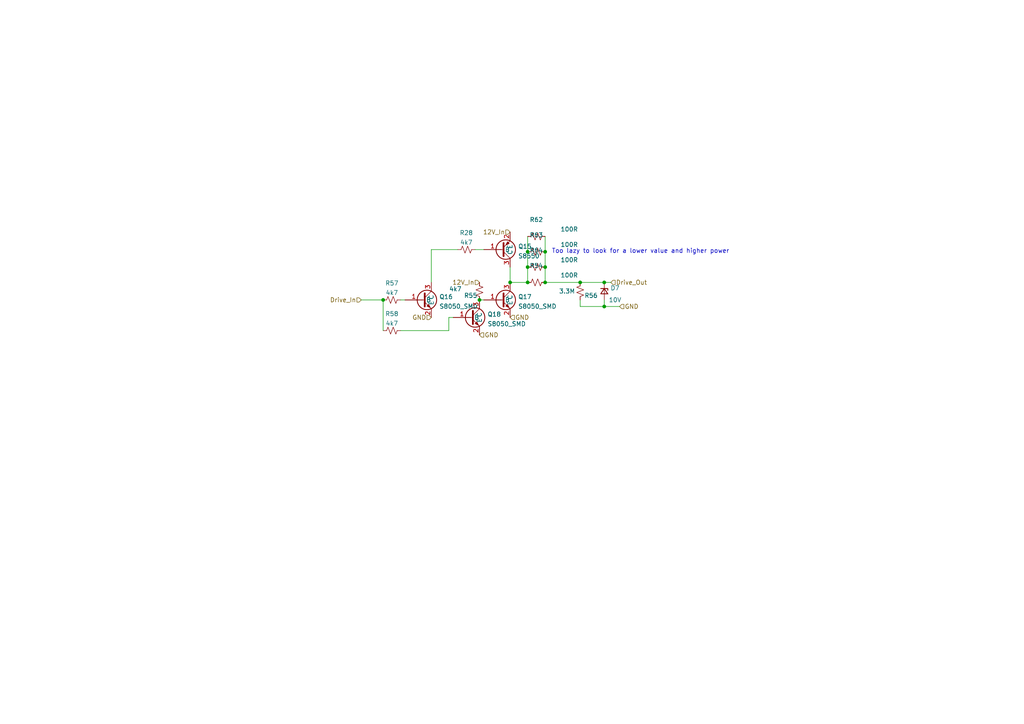
<source format=kicad_sch>
(kicad_sch (version 20211123) (generator eeschema)
  (paper "A4")
  (lib_symbols
    (symbol "Device:D_Zener_Small" (pin_numbers hide) (pin_names (offset 0.254) hide)
      (property "Reference" "D" (at 0 2.286 0))
      (property "Value" "D_Zener_Small" (at 0 -2.286 0))
      (symbol "D_Zener_Small_0_1"
        (polyline (pts (xy 0.762 0) (xy -0.762 0)))
        (polyline (pts (xy -0.254 1.016) (xy -0.762 1.016) (xy -0.762 -1.016)) (stroke (width 0.254)))
        (polyline (pts (xy 0.762 1.016) (xy -0.762 0) (xy 0.762 -1.016) (xy 0.762 1.016)) (stroke (width 0.254)))
      )
      (symbol "D_Zener_Small_1_1"
        (pin passive line (at -2.54 0 0) (length 1.778) (name "K") (number "1"))
        (pin passive line (at 2.54 0 180) (length 1.778) (name "A") (number "2"))
      )
    )
    (symbol "Device:R_Small_US" (pin_numbers hide) (pin_names (offset 0.254) hide)
      (property "Reference" "R" (at 0.762 0.508 0))
      (property "Value" "R_Small_US" (at 0.762 -1.016 0))
      (symbol "R_Small_US_1_1"
        (polyline (pts (xy 0 0) (xy 1.016 -0.381) (xy 0 -0.762) (xy -1.016 -1.143) (xy 0 -1.524)))
        (polyline (pts (xy 0 1.524) (xy 1.016 1.143) (xy 0 0.762) (xy -1.016 0.381) (xy 0 0)))
        (pin passive line (at 0 2.54 270) (length 1.016) (name "~") (number "1"))
        (pin passive line (at 0 -2.54 90) (length 1.016) (name "~") (number "2"))
      )
    )
    (symbol "MyDevices:S8050_SMD" (pin_names (offset 1.016))
      (property "Reference" "Q" (at -7.62 5.08 0))
      (property "Value" "S8050_SMD" (at -8.89 7.62 0))
      (symbol "S8050_SMD_1_1"
        (polyline (pts (xy -1.27 0) (xy -0.635 0)))
        (polyline (pts (xy -0.635 0.635) (xy 1.27 2.54)))
        (polyline (pts (xy -0.635 -0.635) (xy 1.27 -2.54) (xy 1.27 -2.54)))
        (polyline (pts (xy -0.635 1.905) (xy -0.635 -1.905) (xy -0.635 -1.905)) (stroke (width 0.508)))
        (polyline (pts (xy 0 -1.778) (xy 0.508 -1.27) (xy 1.016 -2.286) (xy 0 -1.778) (xy 0 -1.778)) (fill (type outline)))
        (circle (center 0 0) (radius 2.8194) (stroke (width 0.254)))
        (pin input line (at -6.35 0 0) (length 5.08) (name "B") (number "1"))
        (pin passive line (at 1.27 -5.08 90) (length 2.54) (name "E") (number "2"))
        (pin passive line (at 1.27 5.08 270) (length 2.54) (name "C") (number "3"))
      )
    )
    (symbol "MyDevices:S8550" (pin_names (offset 1.016))
      (property "Reference" "Q" (at -8.89 7.62 0))
      (property "Value" "S8550" (at -6.35 5.08 0))
      (symbol "S8550_1_1"
        (polyline (pts (xy -1.27 0) (xy -0.635 0)))
        (polyline (pts (xy 1.27 -2.54) (xy -0.635 -0.635)))
        (polyline (pts (xy 1.27 2.54) (xy -0.635 0.635)))
        (polyline (pts (xy -0.635 -1.905) (xy -0.635 1.905) (xy -0.635 1.905)) (stroke (width 0.508)) (fill (type outline)))
        (polyline (pts (xy 0.508 2.286) (xy 1.016 1.778) (xy 0 1.27) (xy 0.508 2.286) (xy 0.508 2.286)) (fill (type outline)))
        (circle (center 0 0) (radius 2.8194) (stroke (width 0.254)))
        (pin input line (at -6.35 0 0) (length 5.08) (name "B") (number "1"))
        (pin passive line (at 1.27 5.08 270) (length 2.54) (name "E") (number "2"))
        (pin passive line (at 1.27 -5.08 90) (length 2.54) (name "C") (number "3"))
      )
    )
  )
  (junction (at 175.26 88.9))
  (junction (at 158.115 81.915))
  (junction (at 153.035 81.915))
  (junction (at 153.035 77.47))
  (junction (at 139.065 86.995))
  (junction (at 111.125 86.995))
  (junction (at 147.955 81.915))
  (junction (at 158.115 77.47))
  (junction (at 153.035 73.025))
  (junction (at 168.275 81.915))
  (junction (at 158.115 73.025))
  (junction (at 175.26 81.915))
  (wire (pts (xy 130.175 95.885) (xy 116.205 95.885)))
  (wire (pts (xy 168.275 88.9) (xy 175.26 88.9)))
  (wire (pts (xy 175.26 88.9) (xy 179.705 88.9)))
  (wire (pts (xy 168.275 86.995) (xy 168.275 88.9)))
  (wire (pts (xy 153.035 73.025) (xy 153.035 77.47)))
  (wire (pts (xy 139.065 86.995) (xy 140.335 86.995)))
  (wire (pts (xy 130.175 92.075) (xy 130.175 95.885)))
  (wire (pts (xy 147.955 81.915) (xy 147.955 77.47)))
  (wire (pts (xy 168.275 81.915) (xy 175.26 81.915)))
  (wire (pts (xy 132.715 72.39) (xy 125.095 72.39)))
  (wire (pts (xy 158.115 68.58) (xy 158.115 73.025)))
  (wire (pts (xy 116.205 86.995) (xy 117.475 86.995)))
  (wire (pts (xy 153.035 68.58) (xy 153.035 73.025)))
  (wire (pts (xy 125.095 72.39) (xy 125.095 81.915)))
  (wire (pts (xy 147.955 81.915) (xy 153.035 81.915)))
  (wire (pts (xy 111.125 86.995) (xy 111.125 95.885)))
  (wire (pts (xy 175.26 81.915) (xy 177.165 81.915)))
  (wire (pts (xy 175.26 86.995) (xy 175.26 88.9)))
  (wire (pts (xy 158.115 81.915) (xy 168.275 81.915)))
  (wire (pts (xy 140.335 72.39) (xy 137.795 72.39)))
  (wire (pts (xy 131.445 92.075) (xy 130.175 92.075)))
  (wire (pts (xy 158.115 77.47) (xy 158.115 81.915)))
  (wire (pts (xy 158.115 73.025) (xy 158.115 77.47)))
  (wire (pts (xy 104.775 86.995) (xy 111.125 86.995)))
  (wire (pts (xy 153.035 77.47) (xy 153.035 81.915)))
  (text "Too lazy to look for a lower value and higher power" (at 160.02 73.66 0) (effects (font (size 1.27 1.27)) (justify left bottom)))
  (hierarchical_label "GND" (shape input) (at 125.095 92.075 180))
  (hierarchical_label "GND" (shape input) (at 147.955 92.075 0))
  (hierarchical_label "12V_In" (shape input) (at 147.955 67.31 180))
  (hierarchical_label "12V_In" (shape input) (at 139.065 81.915 180))
  (hierarchical_label "GND" (shape input) (at 139.065 97.155 0))
  (hierarchical_label "Drive_Out" (shape input) (at 177.165 81.915 0))
  (hierarchical_label "Drive_In" (shape input) (at 104.775 86.995 180))
  (hierarchical_label "GND" (shape input) (at 179.705 88.9 0))
  (symbol (lib_id "Device:R_Small_US") (at 168.275 84.455 0) (mirror y)
    (property "Reference" "R56" (at 171.45 85.725 0))
    (property "Value" "3.3M" (at 164.465 84.455 0))
    (property "Footprint" "Resistor_SMD:R_0402_1005Metric" (effects hide))
    (property "Populate" "Yes" (effects hide))
    (property "Extended" "0" (effects hide))
    (property "LCSC" "C25741" (effects hide))
    (property "Price" "0.0007" (effects hide))
  )
  (symbol (lib_id "Device:R_Small_US") (at 113.665 86.995 90)
    (property "Reference" "R57" (at 113.665 82.1395 90))
    (property "Value" "4k7" (at 113.665 84.9146 90))
    (property "Footprint" "Resistor_SMD:R_0402_1005Metric" (effects hide))
    (property "Populate" "Yes" (effects hide))
    (property "Extended" "0" (effects hide))
    (property "LCSC" "C25900" (effects hide))
    (property "Price" "0.0007" (effects hide))
  )
  (symbol (lib_id "MyDevices:S8050_SMD") (at 137.795 92.075 0)
    (property "Reference" "Q18" (at 141.3764 91.1665 0) (effects (justify left)))
    (property "Value" "S8050_SMD" (at 141.3764 93.9416 0) (effects (justify left)))
    (property "Footprint" "Package_TO_SOT_SMD:SOT-23" (effects hide))
    (property "Extended" "0" (effects hide))
    (property "LCSC" "C2150" (effects hide))
    (property "Populate" "Yes" (effects hide))
  )
  (symbol (lib_id "Device:R_Small_US") (at 155.575 68.58 90)
    (property "Reference" "R62" (at 155.575 63.7245 90))
    (property "Value" "100R" (at 165.1 66.4996 90))
    (property "Footprint" "Resistor_SMD:R_0402_1005Metric" (effects hide))
    (property "Populate" "Yes" (effects hide))
    (property "LCSC" "C25076" (effects hide))
    (property "Price" "0.0007" (effects hide))
    (property "Extended" "0" (effects hide))
  )
  (symbol (lib_id "MyDevices:S8050_SMD") (at 146.685 86.995 0)
    (property "Reference" "Q17" (at 150.2664 86.0865 0) (effects (justify left)))
    (property "Value" "S8050_SMD" (at 150.2664 88.8616 0) (effects (justify left)))
    (property "Footprint" "Package_TO_SOT_SMD:SOT-23" (effects hide))
    (property "Extended" "0" (effects hide))
    (property "LCSC" "C2150" (effects hide))
    (property "Populate" "Yes" (effects hide))
  )
  (symbol (lib_id "Device:R_Small_US") (at 155.575 81.915 90)
    (property "Reference" "R54" (at 155.575 77.0595 90))
    (property "Value" "100R" (at 165.1 79.8346 90))
    (property "Footprint" "Resistor_SMD:R_0402_1005Metric" (effects hide))
    (property "Populate" "Yes" (effects hide))
    (property "LCSC" "C25076" (effects hide))
    (property "Price" "0.0007" (effects hide))
    (property "Extended" "0" (effects hide))
  )
  (symbol (lib_id "MyDevices:S8550") (at 146.685 72.39 0)
    (property "Reference" "Q15" (at 150.2664 71.4815 0) (effects (justify left)))
    (property "Value" "S8550" (at 150.2664 74.2566 0) (effects (justify left)))
    (property "Footprint" "Package_TO_SOT_SMD:SOT-23" (effects hide))
    (property "Extended" "0" (effects hide))
    (property "LCSC" "C8542" (effects hide))
    (property "Populate" "Yes" (effects hide))
  )
  (symbol (lib_id "Device:R_Small_US") (at 139.065 84.455 180)
    (property "Reference" "R55" (at 136.525 85.725 0))
    (property "Value" "4k7" (at 132.08 83.82 0))
    (property "Footprint" "Resistor_SMD:R_0402_1005Metric" (effects hide))
    (property "Populate" "Yes" (effects hide))
    (property "Extended" "0" (effects hide))
    (property "LCSC" "C25900" (effects hide))
    (property "Price" "0.0007" (effects hide))
  )
  (symbol (lib_id "Device:D_Zener_Small") (at 175.26 84.455 270)
    (property "Reference" "D7" (at 177.038 83.5465 90) (effects (justify left)))
    (property "Value" "10V" (at 176.53 86.995 90) (effects (justify left)))
    (property "Footprint" "Diode_SMD:D_SOD-123" (effects hide))
    (property "LCSC" "C173429" (effects hide))
    (property "Extended" "1" (effects hide))
    (property "Price" "0.02" (effects hide))
    (property "Populate" "Yes" (effects hide))
  )
  (symbol (lib_id "MyDevices:S8050_SMD") (at 123.825 86.995 0)
    (property "Reference" "Q16" (at 127.4064 86.0865 0) (effects (justify left)))
    (property "Value" "S8050_SMD" (at 127.4064 88.8616 0) (effects (justify left)))
    (property "Footprint" "Package_TO_SOT_SMD:SOT-23" (effects hide))
    (property "Extended" "0" (effects hide))
    (property "LCSC" "C2150" (effects hide))
    (property "Populate" "Yes" (effects hide))
  )
  (symbol (lib_id "Device:R_Small_US") (at 155.575 77.47 90)
    (property "Reference" "R64" (at 155.575 72.6145 90))
    (property "Value" "100R" (at 165.1 75.3896 90))
    (property "Footprint" "Resistor_SMD:R_0402_1005Metric" (effects hide))
    (property "Populate" "Yes" (effects hide))
    (property "LCSC" "C25076" (effects hide))
    (property "Price" "0.0007" (effects hide))
    (property "Extended" "0" (effects hide))
  )
  (symbol (lib_id "Device:R_Small_US") (at 113.665 95.885 90)
    (property "Reference" "R58" (at 113.665 91.0295 90))
    (property "Value" "4k7" (at 113.665 93.8046 90))
    (property "Footprint" "Resistor_SMD:R_0402_1005Metric" (effects hide))
    (property "Populate" "Yes" (effects hide))
    (property "Extended" "0" (effects hide))
    (property "LCSC" "C25900" (effects hide))
    (property "Price" "0.0007" (effects hide))
  )
  (symbol (lib_id "Device:R_Small_US") (at 135.255 72.39 90)
    (property "Reference" "R28" (at 135.255 67.5345 90))
    (property "Value" "4k7" (at 135.255 70.3096 90))
    (property "Footprint" "Resistor_SMD:R_0402_1005Metric" (effects hide))
    (property "Populate" "Yes" (effects hide))
    (property "Extended" "0" (effects hide))
    (property "LCSC" "C25900" (effects hide))
    (property "Price" "0.0007" (effects hide))
  )
  (symbol (lib_id "Device:R_Small_US") (at 155.575 73.025 90)
    (property "Reference" "R63" (at 155.575 68.1695 90))
    (property "Value" "100R" (at 165.1 70.9446 90))
    (property "Footprint" "Resistor_SMD:R_0402_1005Metric" (effects hide))
    (property "Populate" "Yes" (effects hide))
    (property "LCSC" "C25076" (effects hide))
    (property "Price" "0.0007" (effects hide))
    (property "Extended" "0" (effects hide))
  )
)
</source>
